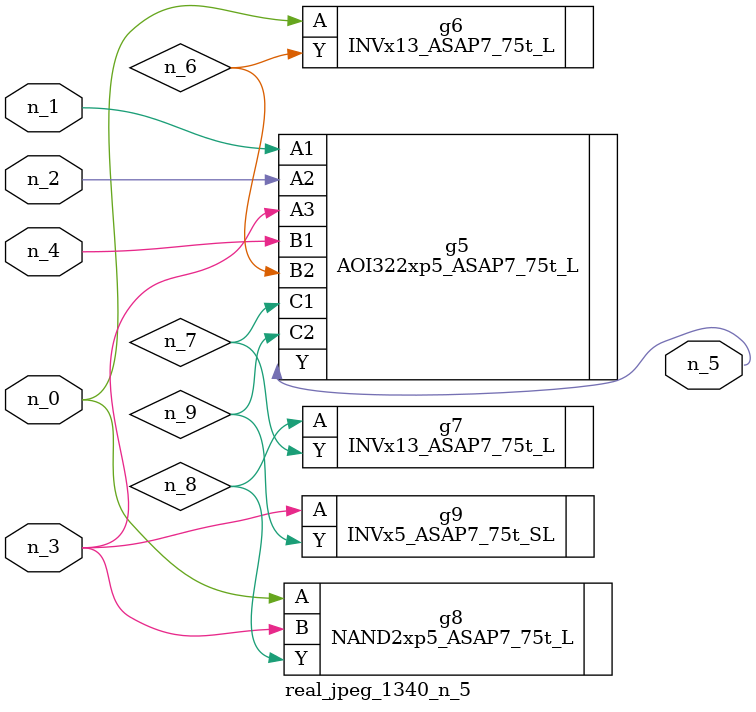
<source format=v>
module real_jpeg_1340_n_5 (n_4, n_0, n_1, n_2, n_3, n_5);

input n_4;
input n_0;
input n_1;
input n_2;
input n_3;

output n_5;

wire n_8;
wire n_6;
wire n_7;
wire n_9;

INVx13_ASAP7_75t_L g6 ( 
.A(n_0),
.Y(n_6)
);

NAND2xp5_ASAP7_75t_L g8 ( 
.A(n_0),
.B(n_3),
.Y(n_8)
);

AOI322xp5_ASAP7_75t_L g5 ( 
.A1(n_1),
.A2(n_2),
.A3(n_3),
.B1(n_4),
.B2(n_6),
.C1(n_7),
.C2(n_9),
.Y(n_5)
);

INVx5_ASAP7_75t_SL g9 ( 
.A(n_3),
.Y(n_9)
);

INVx13_ASAP7_75t_L g7 ( 
.A(n_8),
.Y(n_7)
);


endmodule
</source>
